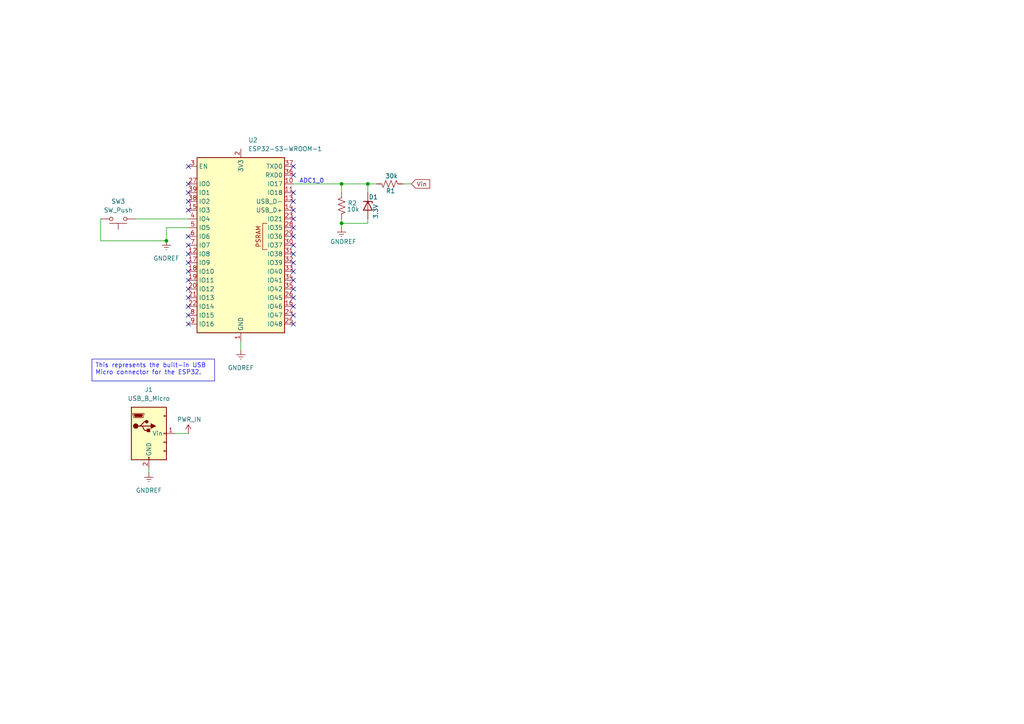
<source format=kicad_sch>
(kicad_sch (version 20250114) (generator "eeschema") (generator_version "9.0")
  (paper "A4")
  (title_block (title "ESP32_Voltmeter") (date "2025-04-14") (comment 1 "Designed by Joshua Akinmoluwa "))
  (lib_symbols
    (symbol "Connector:USB_B_Micro" (pin_names (offset 1.016))
      (property "Reference" "J1" (at 0 12.7 0))
      (property "Value" "USB_B_Micro" (at 0 10.16 0))
      (symbol "USB_B_Micro_0_1"
        (rectangle (start -5.08 7.62) (end 5.08 -7.62) (stroke (width 0.254)) (fill (type background)))
        (polyline (pts (xy -4.699 5.842) (xy -4.699 5.588) (xy -4.445 4.826) (xy -4.445 4.572) (xy -1.651 4.572) (xy -1.651 4.826) (xy -1.397 5.588) (xy -1.397 5.842) (xy -4.699 5.842)))
        (polyline (pts (xy -4.318 5.588) (xy -1.778 5.588) (xy -2.032 4.826) (xy -4.064 4.826) (xy -4.318 5.588)) (fill (type outline)))
        (circle (center -3.81 2.159) (radius 0.635) (stroke (width 0.254)) (fill (type outline)))
        (polyline (pts (xy -3.175 2.159) (xy -2.54 2.159) (xy -1.27 3.429) (xy -0.635 3.429)) (stroke (width 0.254)))
        (polyline (pts (xy -2.54 2.159) (xy -1.905 2.159) (xy -1.27 0.889) (xy 0 0.889)) (stroke (width 0.254)))
        (polyline (pts (xy -1.905 2.159) (xy 0.635 2.159)) (stroke (width 0.254)))
        (circle (center -0.635 3.429) (radius 0.381) (stroke (width 0.254)) (fill (type outline)))
        (rectangle (start -0.127 -7.62) (end 0.127 -6.858))
        (rectangle (start 0.254 1.27) (end -0.508 0.508) (stroke (width 0.254)) (fill (type outline)))
        (polyline (pts (xy 0.635 2.794) (xy 0.635 1.524) (xy 1.905 2.159) (xy 0.635 2.794)) (stroke (width 0.254)) (fill (type outline)))
        (rectangle (start 5.08 4.953) (end 4.318 5.207))
        (rectangle (start 5.08 -0.127) (end 4.318 0.127))
        (rectangle (start 5.08 -2.667) (end 4.318 -2.413))
        (rectangle (start 5.08 -5.207) (end 4.318 -4.953))
      )
      (symbol "USB_B_Micro_1_1"
        (pin power_out line (at 0 -10.16 90) (length 2.54) (name "GND") (number "2"))
        (pin bidirectional line (at 7.62 0 180) (length 2.54) (name "Vin") (number "1"))
      )
    )
    (symbol "Device:D_Zener" (pin_numbers (hide yes)) (pin_names (offset 1.016) (hide yes))
      (property "Reference" "D" (at 0 2.54 0))
      (property "Value" "D_Zener" (at 0 -2.54 0))
      (symbol "D_Zener_0_1"
        (polyline (pts (xy -1.27 -1.27) (xy -1.27 1.27) (xy -0.762 1.27)) (stroke (width 0.254)))
        (polyline (pts (xy 1.27 0) (xy -1.27 0)))
        (polyline (pts (xy 1.27 -1.27) (xy 1.27 1.27) (xy -1.27 0) (xy 1.27 -1.27)) (stroke (width 0.254)))
      )
      (symbol "D_Zener_1_1"
        (pin passive line (at -3.81 0 0) (length 2.54) (name "K") (number "1"))
        (pin passive line (at 3.81 0 180) (length 2.54) (name "A") (number "2"))
      )
    )
    (symbol "Device:R_US" (pin_numbers (hide yes)) (pin_names (offset 0))
      (property "Reference" "R" (at 2.54 0 90))
      (property "Value" "R_US" (at -2.54 0 90))
      (symbol "R_US_0_1"
        (polyline (pts (xy 0 2.286) (xy 0 2.54)))
        (polyline (pts (xy 0 2.286) (xy 1.016 1.905) (xy 0 1.524) (xy -1.016 1.143) (xy 0 0.762)))
        (polyline (pts (xy 0 0.762) (xy 1.016 0.381) (xy 0 0) (xy -1.016 -0.381) (xy 0 -0.762)))
        (polyline (pts (xy 0 -0.762) (xy 1.016 -1.143) (xy 0 -1.524) (xy -1.016 -1.905) (xy 0 -2.286)))
        (polyline (pts (xy 0 -2.286) (xy 0 -2.54)))
      )
      (symbol "R_US_1_1"
        (pin passive line (at 0 3.81 270) (length 1.27) (name "~") (number "1"))
        (pin passive line (at 0 -3.81 90) (length 1.27) (name "~") (number "2"))
      )
    )
    (symbol "RF_Module:ESP32-S3-WROOM-1"
      (property "Reference" "U" (at -12.7 26.67 0))
      (property "Value" "ESP32-S3-WROOM-1" (at 12.7 26.67 0))
      (symbol "ESP32-S3-WROOM-1_0_0"
        (rectangle (start -12.7 25.4) (end 12.7 -25.4) (stroke (width 0.254)) (fill (type background)))
        (text "PSRAM" (at 5.08 2.54 900) (effects (font (size 1.27 1.27))))
      )
      (symbol "ESP32-S3-WROOM-1_0_1"
        (polyline (pts (xy 7.62 -1.27) (xy 6.35 -1.27) (xy 6.35 6.35) (xy 7.62 6.35)))
      )
      (symbol "ESP32-S3-WROOM-1_1_1"
        (pin input line (at -15.24 22.86 0) (length 2.54) (name "EN") (number "3"))
        (pin bidirectional line (at -15.24 17.78 0) (length 2.54) (name "IO0") (number "27"))
        (pin bidirectional line (at -15.24 15.24 0) (length 2.54) (name "IO1") (number "39"))
        (pin bidirectional line (at -15.24 12.7 0) (length 2.54) (name "IO2") (number "38"))
        (pin bidirectional line (at -15.24 10.16 0) (length 2.54) (name "IO3") (number "15"))
        (pin bidirectional line (at -15.24 7.62 0) (length 2.54) (name "IO4") (number "4"))
        (pin bidirectional line (at -15.24 5.08 0) (length 2.54) (name "IO5") (number "5"))
        (pin bidirectional line (at -15.24 2.54 0) (length 2.54) (name "IO6") (number "6"))
        (pin bidirectional line (at -15.24 0 0) (length 2.54) (name "IO7") (number "7"))
        (pin bidirectional line (at -15.24 -2.54 0) (length 2.54) (name "IO8") (number "12"))
        (pin bidirectional line (at -15.24 -5.08 0) (length 2.54) (name "IO9") (number "17"))
        (pin bidirectional line (at -15.24 -7.62 0) (length 2.54) (name "IO10") (number "18"))
        (pin bidirectional line (at -15.24 -10.16 0) (length 2.54) (name "IO11") (number "19"))
        (pin bidirectional line (at -15.24 -12.7 0) (length 2.54) (name "IO12") (number "20"))
        (pin bidirectional line (at -15.24 -15.24 0) (length 2.54) (name "IO13") (number "21"))
        (pin bidirectional line (at -15.24 -17.78 0) (length 2.54) (name "IO14") (number "22"))
        (pin bidirectional line (at -15.24 -20.32 0) (length 2.54) (name "IO15") (number "8"))
        (pin bidirectional line (at -15.24 -22.86 0) (length 2.54) (name "IO16") (number "9"))
        (pin power_in line (at 0 27.94 270) (length 2.54) (name "3V3") (number "2"))
        (pin power_in line (at 0 -27.94 90) (length 2.54) (name "GND") (number "1"))
        (pin passive line (at 0 -27.94 90) (length 2.54) (hide yes) (name "GND") (number "40"))
        (pin passive line (at 0 -27.94 90) (length 2.54) (hide yes) (name "GND") (number "41"))
        (pin bidirectional line (at 15.24 22.86 180) (length 2.54) (name "TXD0") (number "37"))
        (pin bidirectional line (at 15.24 20.32 180) (length 2.54) (name "RXD0") (number "36"))
        (pin bidirectional line (at 15.24 17.78 180) (length 2.54) (name "IO17") (number "10"))
        (pin bidirectional line (at 15.24 15.24 180) (length 2.54) (name "IO18") (number "11"))
        (pin bidirectional line (at 15.24 12.7 180) (length 2.54) (name "USB_D-") (number "13"))
        (pin bidirectional line (at 15.24 10.16 180) (length 2.54) (name "USB_D+") (number "14"))
        (pin bidirectional line (at 15.24 7.62 180) (length 2.54) (name "IO21") (number "23"))
        (pin bidirectional line (at 15.24 5.08 180) (length 2.54) (name "IO35") (number "28"))
        (pin bidirectional line (at 15.24 2.54 180) (length 2.54) (name "IO36") (number "29"))
        (pin bidirectional line (at 15.24 0 180) (length 2.54) (name "IO37") (number "30"))
        (pin bidirectional line (at 15.24 -2.54 180) (length 2.54) (name "IO38") (number "31"))
        (pin bidirectional line (at 15.24 -5.08 180) (length 2.54) (name "IO39") (number "32"))
        (pin bidirectional line (at 15.24 -7.62 180) (length 2.54) (name "IO40") (number "33"))
        (pin bidirectional line (at 15.24 -10.16 180) (length 2.54) (name "IO41") (number "34"))
        (pin bidirectional line (at 15.24 -12.7 180) (length 2.54) (name "IO42") (number "35"))
        (pin bidirectional line (at 15.24 -15.24 180) (length 2.54) (name "IO45") (number "26"))
        (pin bidirectional line (at 15.24 -17.78 180) (length 2.54) (name "IO46") (number "16"))
        (pin bidirectional line (at 15.24 -20.32 180) (length 2.54) (name "IO47") (number "24"))
        (pin bidirectional line (at 15.24 -22.86 180) (length 2.54) (name "IO48") (number "25"))
      )
    )
    (symbol "Switch:SW_Push" (pin_numbers (hide yes)) (pin_names (offset 1.016) (hide yes))
      (property "Reference" "SW" (at 1.27 2.54 0))
      (property "Value" "SW_Push" (at 0 -1.524 0))
      (symbol "SW_Push_0_1"
        (circle (center -2.032 0) (radius 0.508))
        (polyline (pts (xy 0 1.27) (xy 0 3.048)))
        (circle (center 2.032 0) (radius 0.508))
        (polyline (pts (xy 2.54 1.27) (xy -2.54 1.27)))
        (pin passive line (at -5.08 0 0) (length 2.54) (name "1") (number "1"))
        (pin passive line (at 5.08 0 180) (length 2.54) (name "2") (number "2"))
      )
    )
    (symbol "power:+9V" (power) (pin_numbers (hide yes)) (pin_names (offset 0) (hide yes))
      (property "Value" "+9V" (at 0 3.556 0))
      (symbol "+9V_0_1"
        (polyline (pts (xy -0.762 1.27) (xy 0 2.54)))
        (polyline (pts (xy 0 2.54) (xy 0.762 1.27)))
        (polyline (pts (xy 0 0) (xy 0 2.54)))
      )
      (symbol "+9V_1_1"
        (pin power_in line (at 0 0 90) (length 0) (name "~") (number "1"))
      )
    )
    (symbol "power:GNDREF" (power) (pin_numbers (hide yes)) (pin_names (offset 0) (hide yes))
      (property "Value" "GNDREF" (at 0 -3.81 0))
      (symbol "GNDREF_0_1"
        (polyline (pts (xy -0.635 -1.905) (xy 0.635 -1.905)))
        (polyline (pts (xy -0.127 -2.54) (xy 0.127 -2.54)))
        (polyline (pts (xy 0 -1.27) (xy 0 0)))
        (polyline (pts (xy 1.27 -1.27) (xy -1.27 -1.27)))
      )
      (symbol "GNDREF_1_1"
        (pin power_in line (at 0 0 270) (length 0) (name "~") (number "1"))
      )
    )
  )
  (text "ADC1_0\n" (at 90.424 52.578 0) (effects (font (size 1.27 1.27))))
  (text_box "This represents the built-in USB Micro connector for the ESP32. " (at 26.67 104.14 0) (size 35.56 6.35) (margins 0.9525 0.9525 0.9525 0.9525) (effects (font (size 1.27 1.27)) (justify left top)))
  (junction (at 106.68 53.34))
  (junction (at 48.26 69.85))
  (junction (at 99.06 64.77))
  (junction (at 99.06 53.34))
  (no_connect (at 54.61 68.58))
  (no_connect (at 85.09 63.5))
  (no_connect (at 54.61 60.96))
  (no_connect (at 85.09 48.26))
  (no_connect (at 85.09 81.28))
  (no_connect (at 85.09 91.44))
  (no_connect (at 54.61 53.34))
  (no_connect (at 54.61 71.12))
  (no_connect (at 54.61 48.26))
  (no_connect (at 85.09 76.2))
  (no_connect (at 54.61 86.36))
  (no_connect (at 85.09 83.82))
  (no_connect (at 85.09 66.04))
  (no_connect (at 85.09 78.74))
  (no_connect (at 54.61 55.88))
  (no_connect (at 54.61 81.28))
  (no_connect (at 54.61 88.9))
  (no_connect (at 54.61 78.74))
  (no_connect (at 54.61 83.82))
  (no_connect (at 54.61 73.66))
  (no_connect (at 85.09 50.8))
  (no_connect (at 54.61 58.42))
  (no_connect (at 54.61 91.44))
  (no_connect (at 85.09 71.12))
  (no_connect (at 85.09 55.88))
  (no_connect (at 54.61 93.98))
  (no_connect (at 85.09 60.96))
  (no_connect (at 85.09 73.66))
  (no_connect (at 85.09 93.98))
  (no_connect (at 85.09 86.36))
  (no_connect (at 54.61 76.2))
  (no_connect (at 85.09 68.58))
  (no_connect (at 85.09 88.9))
  (no_connect (at 85.09 58.42))
  (wire (pts (xy 106.68 53.34) (xy 109.22 53.34)))
  (wire (pts (xy 99.06 53.34) (xy 106.68 53.34)))
  (wire (pts (xy 29.21 69.85) (xy 48.26 69.85)))
  (wire (pts (xy 29.21 63.5) (xy 29.21 69.85)))
  (wire (pts (xy 48.26 66.04) (xy 54.61 66.04)))
  (wire (pts (xy 99.06 64.77) (xy 99.06 66.04)))
  (wire (pts (xy 106.68 53.34) (xy 106.68 55.88)))
  (wire (pts (xy 99.06 53.34) (xy 99.06 55.88)))
  (wire (pts (xy 50.8 125.73) (xy 54.61 125.73)))
  (wire (pts (xy 99.06 64.77) (xy 106.68 64.77)))
  (wire (pts (xy 69.85 99.06) (xy 69.85 101.6)))
  (wire (pts (xy 43.18 135.89) (xy 43.18 137.16)))
  (wire (pts (xy 85.09 53.34) (xy 99.06 53.34)))
  (wire (pts (xy 39.37 63.5) (xy 54.61 63.5)))
  (wire (pts (xy 106.68 64.77) (xy 106.68 63.5)))
  (wire (pts (xy 119.38 53.34) (xy 116.84 53.34)))
  (wire (pts (xy 99.06 63.5) (xy 99.06 64.77)))
  (wire (pts (xy 48.26 66.04) (xy 48.26 69.85)))
  (global_label "Vin" (shape input) (at 119.38 53.34 0) (property "Intersheetrefs" "${INTERSHEET_REFS}" (effects (hide yes))))
  (symbol (lib_id "power:GNDREF") (at 48.26 69.85 0) (mirror y) (unit 1)
    (property "Reference" "#PWR05" (effects (hide yes)))
    (property "Value" "GNDREF" (at 48.26 74.93 0))
    (property "Description" "Power symbol creates a global label with name \"GNDREF\" , reference supply ground" (effects (hide yes)))
  )
  (symbol (lib_id "Device:R_US") (at 113.03 53.34 270) (mirror x) (unit 1)
    (property "Reference" "R1" (at 113.284 55.372 90))
    (property "Value" "30k" (at 113.538 51.054 90))
    (property "Description" "Resistor, US symbol" (effects (hide yes)))
    (property "Mfr. Part No." "CF14JT30K0" (effects (hide yes)))
  )
  (symbol (lib_id "RF_Module:ESP32-S3-WROOM-1") (at 69.85 71.12 0) (unit 1)
    (property "Reference" "U2" (at 71.9933 40.64 0) (effects (justify left)))
    (property "Value" "ESP32-S3-WROOM-1" (at 71.9933 43.18 0) (effects (justify left)))
    (property "Footprint" "RF_Module:ESP32-S3-WROOM-1" (effects (hide yes)))
    (property "Datasheet" "https://www.espressif.com/sites/default/files/documentation/esp32-s3-wroom-1_wroom-1u_datasheet_en.pdf" (effects (hide yes)))
    (property "Description" "RF Module, ESP32-S3 SoC, Wi-Fi 802.11b/g/n, Bluetooth, BLE, 32-bit, 3.3V, onboard antenna, SMD" (effects (hide yes)))
  )
  (symbol (lib_id "Connector:USB_B_Micro") (at 43.18 125.73 0) (unit 1)
    (property "Reference" "J1" (at 43.18 113.03 0))
    (property "Value" "USB_B_Micro" (at 43.18 115.57 0))
    (property "Description" "USB Micro Type B connector" (effects (hide yes)))
  )
  (symbol (lib_id "power:GNDREF") (at 99.06 66.04 0) (mirror y) (unit 1)
    (property "Reference" "#PWR01" (effects (hide yes)))
    (property "Value" "GNDREF" (at 99.568 70.104 0))
    (property "Description" "Power symbol creates a global label with name \"GNDREF\" , reference supply ground" (effects (hide yes)))
  )
  (symbol (lib_id "Device:D_Zener") (at 106.68 59.69 270) (unit 1)
    (property "Reference" "D1" (at 106.934 57.15 90) (effects (justify left)))
    (property "Value" "3.3V" (at 108.966 59.182 0) (effects (justify left)))
    (property "Description" "Zener diode" (effects (hide yes)))
    (property "Mfr. Part" "1N4728A" (effects (hide yes)))
  )
  (symbol (lib_id "power:GNDREF") (at 69.85 101.6 0) (mirror y) (unit 1)
    (property "Reference" "#PWR02" (effects (hide yes)))
    (property "Value" "GNDREF" (at 69.85 106.68 0))
    (property "Description" "Power symbol creates a global label with name \"GNDREF\" , reference supply ground" (effects (hide yes)))
  )
  (symbol (lib_id "Device:R_US") (at 99.06 59.69 0) (mirror y) (unit 1)
    (property "Reference" "R2" (at 100.838 58.928 0) (effects (justify right)))
    (property "Value" "10k" (at 100.584 60.706 0) (effects (justify right)))
    (property "Description" "Resistor, US symbol" (effects (hide yes)))
    (property "Mfr. Part. No." "CF14JT10K0" (effects (hide yes)))
  )
  (symbol (lib_id "power:+9V") (at 54.61 125.73 0) (unit 1)
    (property "Reference" "#PWR04" (effects (hide yes)))
    (property "Value" "PWR_IN" (at 54.864 121.666 0))
    (property "Description" "Power symbol creates a global label with name \"+9V\"" (effects (hide yes)))
  )
  (symbol (lib_id "Switch:SW_Push") (at 34.29 63.5 180) (unit 1)
    (property "Reference" "SW3" (at 34.29 58.42 0))
    (property "Value" "SW_Push" (at 34.29 60.96 0))
    (property "Description" "Push button switch, generic, two pins" (effects (hide yes)))
    (property "Mfr. Part." "D6L90 F1 LFS" (effects (hide yes)))
  )
  (symbol (lib_id "power:GNDREF") (at 43.18 137.16 0) (mirror y) (unit 1)
    (property "Reference" "#PWR03" (effects (hide yes)))
    (property "Value" "GNDREF" (at 43.18 142.24 0))
    (property "Description" "Power symbol creates a global label with name \"GNDREF\" , reference supply ground" (effects (hide yes)))
  )
)
</source>
